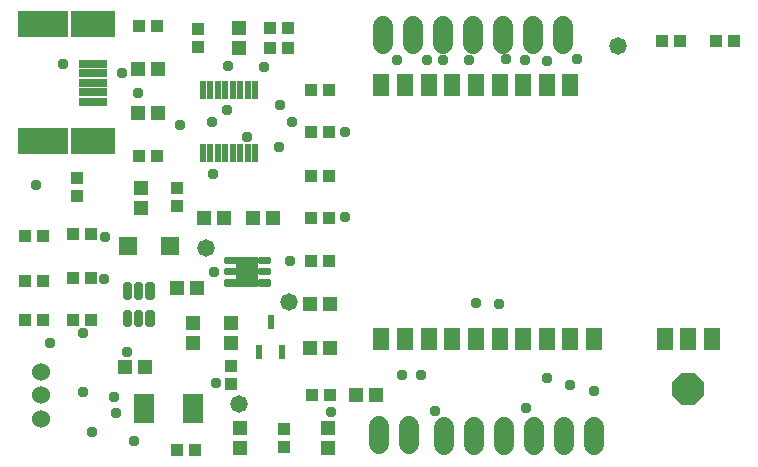
<source format=gbr>
G04 EAGLE Gerber RS-274X export*
G75*
%MOMM*%
%FSLAX34Y34*%
%LPD*%
%INSoldermask Top*%
%IPPOS*%
%AMOC8*
5,1,8,0,0,1.08239X$1,22.5*%
G01*
%ADD10R,1.003200X1.003200*%
%ADD11C,1.524000*%
%ADD12R,2.453200X0.703200*%
%ADD13R,4.203200X2.253200*%
%ADD14R,3.703200X2.253200*%
%ADD15P,2.969212X8X22.500000*%
%ADD16R,1.303200X1.203200*%
%ADD17R,1.419200X1.927200*%
%ADD18R,1.203200X1.303200*%
%ADD19R,1.603200X1.603200*%
%ADD20C,0.474516*%
%ADD21R,1.103200X1.003200*%
%ADD22R,1.003200X1.103200*%
%ADD23C,1.473200*%
%ADD24R,1.701800X0.508000*%
%ADD25R,0.558800X1.155700*%
%ADD26C,0.301600*%
%ADD27R,1.833200X2.573200*%
%ADD28R,0.584200X1.600200*%
%ADD29C,1.727200*%
%ADD30C,0.959600*%


D10*
X617100Y363220D03*
X602100Y363220D03*
D11*
X30480Y43180D03*
X30480Y63246D03*
X30480Y83058D03*
D12*
X74080Y311660D03*
X74080Y319660D03*
X74080Y327660D03*
X74080Y335660D03*
X74080Y343660D03*
D13*
X31830Y376910D03*
D14*
X74330Y376910D03*
X74330Y278410D03*
D13*
X31830Y278410D03*
D15*
X577920Y68580D03*
D16*
X297230Y62900D03*
X314230Y62900D03*
D17*
X498450Y110490D03*
X478450Y110490D03*
X458450Y110490D03*
X438450Y110490D03*
X418450Y110490D03*
X398450Y110490D03*
X378450Y110490D03*
X358450Y110490D03*
X338450Y110490D03*
X318450Y110490D03*
X558450Y110490D03*
X578450Y110490D03*
X598450Y110490D03*
X478450Y325490D03*
X458450Y325490D03*
X438450Y325490D03*
X418450Y325490D03*
X398450Y325490D03*
X378450Y325490D03*
X358450Y325490D03*
X338450Y325490D03*
X318450Y325490D03*
D16*
X101410Y86770D03*
X118410Y86770D03*
D18*
X198830Y35170D03*
X198830Y18170D03*
X272950Y35170D03*
X272950Y18170D03*
D16*
X162170Y153490D03*
X145170Y153490D03*
D18*
X191070Y124170D03*
X191070Y107170D03*
X159130Y124370D03*
X159130Y107370D03*
D16*
X257800Y140300D03*
X274800Y140300D03*
X257800Y103130D03*
X274800Y103130D03*
D10*
X31630Y127000D03*
X16630Y127000D03*
X31630Y160020D03*
X16630Y160020D03*
X31630Y198120D03*
X16630Y198120D03*
D19*
X103600Y189150D03*
X139700Y189150D03*
D20*
X121136Y156144D02*
X121136Y146456D01*
X121136Y156144D02*
X123924Y156144D01*
X123924Y146456D01*
X121136Y146456D01*
X121136Y150964D02*
X123924Y150964D01*
X123924Y155472D02*
X121136Y155472D01*
X111636Y156144D02*
X111636Y146456D01*
X111636Y156144D02*
X114424Y156144D01*
X114424Y146456D01*
X111636Y146456D01*
X111636Y150964D02*
X114424Y150964D01*
X114424Y155472D02*
X111636Y155472D01*
X102136Y156144D02*
X102136Y146456D01*
X102136Y156144D02*
X104924Y156144D01*
X104924Y146456D01*
X102136Y146456D01*
X102136Y150964D02*
X104924Y150964D01*
X104924Y155472D02*
X102136Y155472D01*
X102136Y132944D02*
X102136Y123256D01*
X102136Y132944D02*
X104924Y132944D01*
X104924Y123256D01*
X102136Y123256D01*
X102136Y127764D02*
X104924Y127764D01*
X104924Y132272D02*
X102136Y132272D01*
X111636Y132944D02*
X111636Y123256D01*
X111636Y132944D02*
X114424Y132944D01*
X114424Y123256D01*
X111636Y123256D01*
X111636Y127764D02*
X114424Y127764D01*
X114424Y132272D02*
X111636Y132272D01*
X121136Y132944D02*
X121136Y123256D01*
X121136Y132944D02*
X123924Y132944D01*
X123924Y123256D01*
X121136Y123256D01*
X121136Y127764D02*
X123924Y127764D01*
X123924Y132272D02*
X121136Y132272D01*
D21*
X57230Y199120D03*
X72470Y199120D03*
X57230Y162290D03*
X72470Y162290D03*
X57230Y126730D03*
X72470Y126730D03*
X145120Y16770D03*
X160360Y16770D03*
X275050Y63500D03*
X259810Y63500D03*
D22*
X236390Y19050D03*
X236390Y34290D03*
X60950Y247220D03*
X60950Y231980D03*
X191500Y72640D03*
X191500Y87880D03*
D23*
X197650Y55600D03*
X518730Y359030D03*
X169740Y187770D03*
X239820Y141620D03*
D24*
X117626Y61776D03*
X117626Y56950D03*
X117626Y51870D03*
X117626Y46790D03*
X117626Y41964D03*
X158774Y41964D03*
X158774Y46790D03*
X158774Y51870D03*
X158774Y56950D03*
X158774Y61776D03*
D25*
X215195Y99807D03*
X234245Y99807D03*
X224720Y125334D03*
D26*
X223088Y159648D02*
X215472Y159648D01*
X223088Y159648D02*
X223088Y156632D01*
X215472Y156632D01*
X215472Y159648D01*
X215472Y159497D02*
X223088Y159497D01*
X223088Y169148D02*
X215472Y169148D01*
X223088Y169148D02*
X223088Y166132D01*
X215472Y166132D01*
X215472Y169148D01*
X215472Y168997D02*
X223088Y168997D01*
X223088Y178648D02*
X215472Y178648D01*
X223088Y178648D02*
X223088Y175632D01*
X215472Y175632D01*
X215472Y178648D01*
X215472Y178497D02*
X223088Y178497D01*
X194388Y178648D02*
X186772Y178648D01*
X194388Y178648D02*
X194388Y175632D01*
X186772Y175632D01*
X186772Y178648D01*
X186772Y178497D02*
X194388Y178497D01*
X194388Y169148D02*
X186772Y169148D01*
X194388Y169148D02*
X194388Y166132D01*
X186772Y166132D01*
X186772Y169148D01*
X186772Y168997D02*
X194388Y168997D01*
X194388Y159648D02*
X186772Y159648D01*
X194388Y159648D02*
X194388Y156632D01*
X186772Y156632D01*
X186772Y159648D01*
X186772Y159497D02*
X194388Y159497D01*
D27*
X204930Y167640D03*
D21*
X556260Y363220D03*
X571500Y363220D03*
D18*
X114950Y238650D03*
X114950Y221650D03*
D16*
X185030Y213360D03*
X168030Y213360D03*
X209940Y213360D03*
X226940Y213360D03*
X112150Y302260D03*
X129150Y302260D03*
X112150Y339090D03*
X129150Y339090D03*
D18*
X197860Y357200D03*
X197860Y374200D03*
D10*
X239400Y357050D03*
X224400Y357050D03*
X239400Y374000D03*
X224400Y374000D03*
D22*
X145140Y223430D03*
X145140Y238670D03*
D21*
X128270Y265430D03*
X113030Y265430D03*
X128270Y375920D03*
X113030Y375920D03*
X274320Y321310D03*
X259080Y321310D03*
D22*
X162860Y373490D03*
X162860Y358250D03*
D28*
X211455Y321310D03*
X205105Y321310D03*
X198755Y321310D03*
X192405Y321310D03*
X186055Y321310D03*
X179705Y321310D03*
X173355Y321310D03*
X167005Y321310D03*
X167005Y267970D03*
X173355Y267970D03*
X179705Y267970D03*
X186055Y267970D03*
X192405Y267970D03*
X198755Y267970D03*
X205105Y267970D03*
X211455Y267970D03*
D21*
X259080Y248920D03*
X274320Y248920D03*
X259080Y176530D03*
X274320Y176530D03*
X259080Y213360D03*
X274320Y213360D03*
X259080Y285750D03*
X274320Y285750D03*
D29*
X498550Y36370D02*
X498550Y21130D01*
X473150Y21130D02*
X473150Y36370D01*
X447750Y36370D02*
X447750Y21130D01*
X422350Y21130D02*
X422350Y36370D01*
X396950Y36370D02*
X396950Y21130D01*
X371550Y21130D02*
X371550Y36370D01*
X320040Y360680D02*
X320040Y375920D01*
X345440Y375920D02*
X345440Y360680D01*
X370840Y360680D02*
X370840Y375920D01*
X396240Y375920D02*
X396240Y360680D01*
X421640Y360680D02*
X421640Y375920D01*
X447040Y375920D02*
X447040Y360680D01*
X472440Y360680D02*
X472440Y375920D01*
X316300Y36620D02*
X316300Y21380D01*
X341700Y21380D02*
X341700Y36620D01*
D30*
X188420Y342010D03*
X65630Y65360D03*
X103000Y100000D03*
X148000Y292000D03*
X176000Y250000D03*
X48600Y343200D03*
X25900Y240600D03*
X38000Y107000D03*
X363950Y49950D03*
X352000Y79846D03*
X336000Y79846D03*
X287338Y285750D03*
X418338Y140413D03*
X287338Y214313D03*
X398700Y141413D03*
X73425Y31450D03*
X459000Y346000D03*
X484313Y347813D03*
X276050Y48800D03*
X176800Y167513D03*
X178625Y73775D03*
X84488Y197263D03*
X92075Y61150D03*
X84000Y161000D03*
X94000Y48000D03*
X109000Y24000D03*
X66000Y116000D03*
X242763Y294350D03*
X218663Y340913D03*
X232300Y308750D03*
X174738Y293975D03*
X241063Y176800D03*
X187818Y304853D03*
X231763Y273425D03*
X205075Y282038D03*
X98400Y335600D03*
X112300Y319300D03*
X441000Y52000D03*
X478450Y72050D03*
X498450Y66650D03*
X458450Y77450D03*
X440000Y347000D03*
X424000Y348000D03*
X393000Y347000D03*
X371000Y347000D03*
X357000Y347000D03*
X332000Y347000D03*
M02*

</source>
